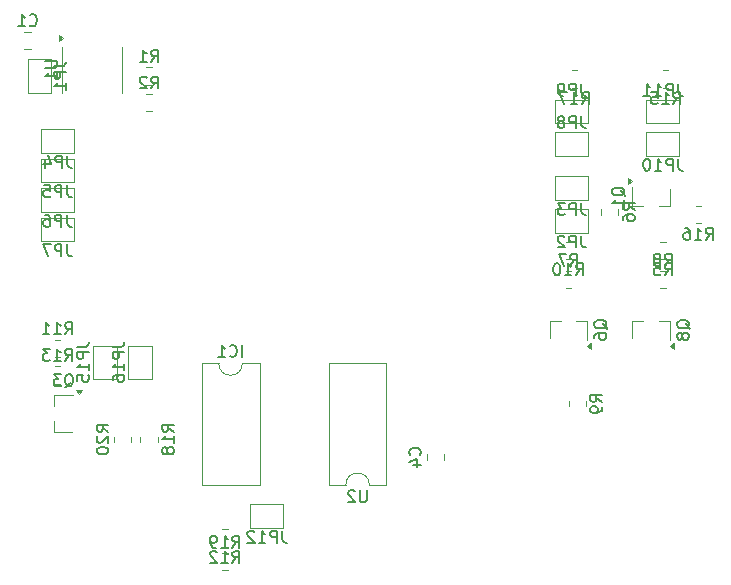
<source format=gbo>
G04 #@! TF.GenerationSoftware,KiCad,Pcbnew,8.0.5*
G04 #@! TF.CreationDate,2024-12-15T00:02:26-06:00*
G04 #@! TF.ProjectId,auxkit_HAT,6175786b-6974-45f4-9841-542e6b696361,rev?*
G04 #@! TF.SameCoordinates,Original*
G04 #@! TF.FileFunction,Legend,Bot*
G04 #@! TF.FilePolarity,Positive*
%FSLAX46Y46*%
G04 Gerber Fmt 4.6, Leading zero omitted, Abs format (unit mm)*
G04 Created by KiCad (PCBNEW 8.0.5) date 2024-12-15 00:02:26*
%MOMM*%
%LPD*%
G01*
G04 APERTURE LIST*
%ADD10C,0.150000*%
%ADD11C,0.120000*%
G04 APERTURE END LIST*
D10*
X131408334Y-102654819D02*
X131408334Y-103369104D01*
X131408334Y-103369104D02*
X131455953Y-103511961D01*
X131455953Y-103511961D02*
X131551191Y-103607200D01*
X131551191Y-103607200D02*
X131694048Y-103654819D01*
X131694048Y-103654819D02*
X131789286Y-103654819D01*
X130932143Y-103654819D02*
X130932143Y-102654819D01*
X130932143Y-102654819D02*
X130551191Y-102654819D01*
X130551191Y-102654819D02*
X130455953Y-102702438D01*
X130455953Y-102702438D02*
X130408334Y-102750057D01*
X130408334Y-102750057D02*
X130360715Y-102845295D01*
X130360715Y-102845295D02*
X130360715Y-102988152D01*
X130360715Y-102988152D02*
X130408334Y-103083390D01*
X130408334Y-103083390D02*
X130455953Y-103131009D01*
X130455953Y-103131009D02*
X130551191Y-103178628D01*
X130551191Y-103178628D02*
X130932143Y-103178628D01*
X130027381Y-102654819D02*
X129360715Y-102654819D01*
X129360715Y-102654819D02*
X129789286Y-103654819D01*
X134904819Y-118507142D02*
X134428628Y-118173809D01*
X134904819Y-117935714D02*
X133904819Y-117935714D01*
X133904819Y-117935714D02*
X133904819Y-118316666D01*
X133904819Y-118316666D02*
X133952438Y-118411904D01*
X133952438Y-118411904D02*
X134000057Y-118459523D01*
X134000057Y-118459523D02*
X134095295Y-118507142D01*
X134095295Y-118507142D02*
X134238152Y-118507142D01*
X134238152Y-118507142D02*
X134333390Y-118459523D01*
X134333390Y-118459523D02*
X134381009Y-118411904D01*
X134381009Y-118411904D02*
X134428628Y-118316666D01*
X134428628Y-118316666D02*
X134428628Y-117935714D01*
X134000057Y-118888095D02*
X133952438Y-118935714D01*
X133952438Y-118935714D02*
X133904819Y-119030952D01*
X133904819Y-119030952D02*
X133904819Y-119269047D01*
X133904819Y-119269047D02*
X133952438Y-119364285D01*
X133952438Y-119364285D02*
X134000057Y-119411904D01*
X134000057Y-119411904D02*
X134095295Y-119459523D01*
X134095295Y-119459523D02*
X134190533Y-119459523D01*
X134190533Y-119459523D02*
X134333390Y-119411904D01*
X134333390Y-119411904D02*
X134904819Y-118840476D01*
X134904819Y-118840476D02*
X134904819Y-119459523D01*
X133904819Y-120078571D02*
X133904819Y-120173809D01*
X133904819Y-120173809D02*
X133952438Y-120269047D01*
X133952438Y-120269047D02*
X134000057Y-120316666D01*
X134000057Y-120316666D02*
X134095295Y-120364285D01*
X134095295Y-120364285D02*
X134285771Y-120411904D01*
X134285771Y-120411904D02*
X134523866Y-120411904D01*
X134523866Y-120411904D02*
X134714342Y-120364285D01*
X134714342Y-120364285D02*
X134809580Y-120316666D01*
X134809580Y-120316666D02*
X134857200Y-120269047D01*
X134857200Y-120269047D02*
X134904819Y-120173809D01*
X134904819Y-120173809D02*
X134904819Y-120078571D01*
X134904819Y-120078571D02*
X134857200Y-119983333D01*
X134857200Y-119983333D02*
X134809580Y-119935714D01*
X134809580Y-119935714D02*
X134714342Y-119888095D01*
X134714342Y-119888095D02*
X134523866Y-119840476D01*
X134523866Y-119840476D02*
X134285771Y-119840476D01*
X134285771Y-119840476D02*
X134095295Y-119888095D01*
X134095295Y-119888095D02*
X134000057Y-119935714D01*
X134000057Y-119935714D02*
X133952438Y-119983333D01*
X133952438Y-119983333D02*
X133904819Y-120078571D01*
X177150057Y-109804761D02*
X177102438Y-109709523D01*
X177102438Y-109709523D02*
X177007200Y-109614285D01*
X177007200Y-109614285D02*
X176864342Y-109471428D01*
X176864342Y-109471428D02*
X176816723Y-109376190D01*
X176816723Y-109376190D02*
X176816723Y-109280952D01*
X177054819Y-109328571D02*
X177007200Y-109233333D01*
X177007200Y-109233333D02*
X176911961Y-109138095D01*
X176911961Y-109138095D02*
X176721485Y-109090476D01*
X176721485Y-109090476D02*
X176388152Y-109090476D01*
X176388152Y-109090476D02*
X176197676Y-109138095D01*
X176197676Y-109138095D02*
X176102438Y-109233333D01*
X176102438Y-109233333D02*
X176054819Y-109328571D01*
X176054819Y-109328571D02*
X176054819Y-109519047D01*
X176054819Y-109519047D02*
X176102438Y-109614285D01*
X176102438Y-109614285D02*
X176197676Y-109709523D01*
X176197676Y-109709523D02*
X176388152Y-109757142D01*
X176388152Y-109757142D02*
X176721485Y-109757142D01*
X176721485Y-109757142D02*
X176911961Y-109709523D01*
X176911961Y-109709523D02*
X177007200Y-109614285D01*
X177007200Y-109614285D02*
X177054819Y-109519047D01*
X177054819Y-109519047D02*
X177054819Y-109328571D01*
X176054819Y-110614285D02*
X176054819Y-110423809D01*
X176054819Y-110423809D02*
X176102438Y-110328571D01*
X176102438Y-110328571D02*
X176150057Y-110280952D01*
X176150057Y-110280952D02*
X176292914Y-110185714D01*
X176292914Y-110185714D02*
X176483390Y-110138095D01*
X176483390Y-110138095D02*
X176864342Y-110138095D01*
X176864342Y-110138095D02*
X176959580Y-110185714D01*
X176959580Y-110185714D02*
X177007200Y-110233333D01*
X177007200Y-110233333D02*
X177054819Y-110328571D01*
X177054819Y-110328571D02*
X177054819Y-110519047D01*
X177054819Y-110519047D02*
X177007200Y-110614285D01*
X177007200Y-110614285D02*
X176959580Y-110661904D01*
X176959580Y-110661904D02*
X176864342Y-110709523D01*
X176864342Y-110709523D02*
X176626247Y-110709523D01*
X176626247Y-110709523D02*
X176531009Y-110661904D01*
X176531009Y-110661904D02*
X176483390Y-110614285D01*
X176483390Y-110614285D02*
X176435771Y-110519047D01*
X176435771Y-110519047D02*
X176435771Y-110328571D01*
X176435771Y-110328571D02*
X176483390Y-110233333D01*
X176483390Y-110233333D02*
X176531009Y-110185714D01*
X176531009Y-110185714D02*
X176626247Y-110138095D01*
X174992857Y-90754819D02*
X175326190Y-90278628D01*
X175564285Y-90754819D02*
X175564285Y-89754819D01*
X175564285Y-89754819D02*
X175183333Y-89754819D01*
X175183333Y-89754819D02*
X175088095Y-89802438D01*
X175088095Y-89802438D02*
X175040476Y-89850057D01*
X175040476Y-89850057D02*
X174992857Y-89945295D01*
X174992857Y-89945295D02*
X174992857Y-90088152D01*
X174992857Y-90088152D02*
X175040476Y-90183390D01*
X175040476Y-90183390D02*
X175088095Y-90231009D01*
X175088095Y-90231009D02*
X175183333Y-90278628D01*
X175183333Y-90278628D02*
X175564285Y-90278628D01*
X174040476Y-90754819D02*
X174611904Y-90754819D01*
X174326190Y-90754819D02*
X174326190Y-89754819D01*
X174326190Y-89754819D02*
X174421428Y-89897676D01*
X174421428Y-89897676D02*
X174516666Y-89992914D01*
X174516666Y-89992914D02*
X174611904Y-90040533D01*
X173707142Y-89754819D02*
X173040476Y-89754819D01*
X173040476Y-89754819D02*
X173469047Y-90754819D01*
X174016666Y-104454819D02*
X174349999Y-103978628D01*
X174588094Y-104454819D02*
X174588094Y-103454819D01*
X174588094Y-103454819D02*
X174207142Y-103454819D01*
X174207142Y-103454819D02*
X174111904Y-103502438D01*
X174111904Y-103502438D02*
X174064285Y-103550057D01*
X174064285Y-103550057D02*
X174016666Y-103645295D01*
X174016666Y-103645295D02*
X174016666Y-103788152D01*
X174016666Y-103788152D02*
X174064285Y-103883390D01*
X174064285Y-103883390D02*
X174111904Y-103931009D01*
X174111904Y-103931009D02*
X174207142Y-103978628D01*
X174207142Y-103978628D02*
X174588094Y-103978628D01*
X173683332Y-103454819D02*
X173016666Y-103454819D01*
X173016666Y-103454819D02*
X173445237Y-104454819D01*
X131408333Y-100154819D02*
X131408333Y-100869104D01*
X131408333Y-100869104D02*
X131455952Y-101011961D01*
X131455952Y-101011961D02*
X131551190Y-101107200D01*
X131551190Y-101107200D02*
X131694047Y-101154819D01*
X131694047Y-101154819D02*
X131789285Y-101154819D01*
X130932142Y-101154819D02*
X130932142Y-100154819D01*
X130932142Y-100154819D02*
X130551190Y-100154819D01*
X130551190Y-100154819D02*
X130455952Y-100202438D01*
X130455952Y-100202438D02*
X130408333Y-100250057D01*
X130408333Y-100250057D02*
X130360714Y-100345295D01*
X130360714Y-100345295D02*
X130360714Y-100488152D01*
X130360714Y-100488152D02*
X130408333Y-100583390D01*
X130408333Y-100583390D02*
X130455952Y-100631009D01*
X130455952Y-100631009D02*
X130551190Y-100678628D01*
X130551190Y-100678628D02*
X130932142Y-100678628D01*
X129503571Y-100154819D02*
X129694047Y-100154819D01*
X129694047Y-100154819D02*
X129789285Y-100202438D01*
X129789285Y-100202438D02*
X129836904Y-100250057D01*
X129836904Y-100250057D02*
X129932142Y-100392914D01*
X129932142Y-100392914D02*
X129979761Y-100583390D01*
X129979761Y-100583390D02*
X129979761Y-100964342D01*
X129979761Y-100964342D02*
X129932142Y-101059580D01*
X129932142Y-101059580D02*
X129884523Y-101107200D01*
X129884523Y-101107200D02*
X129789285Y-101154819D01*
X129789285Y-101154819D02*
X129598809Y-101154819D01*
X129598809Y-101154819D02*
X129503571Y-101107200D01*
X129503571Y-101107200D02*
X129455952Y-101059580D01*
X129455952Y-101059580D02*
X129408333Y-100964342D01*
X129408333Y-100964342D02*
X129408333Y-100726247D01*
X129408333Y-100726247D02*
X129455952Y-100631009D01*
X129455952Y-100631009D02*
X129503571Y-100583390D01*
X129503571Y-100583390D02*
X129598809Y-100535771D01*
X129598809Y-100535771D02*
X129789285Y-100535771D01*
X129789285Y-100535771D02*
X129884523Y-100583390D01*
X129884523Y-100583390D02*
X129932142Y-100631009D01*
X129932142Y-100631009D02*
X129979761Y-100726247D01*
X146226189Y-112194819D02*
X146226189Y-111194819D01*
X145178571Y-112099580D02*
X145226190Y-112147200D01*
X145226190Y-112147200D02*
X145369047Y-112194819D01*
X145369047Y-112194819D02*
X145464285Y-112194819D01*
X145464285Y-112194819D02*
X145607142Y-112147200D01*
X145607142Y-112147200D02*
X145702380Y-112051961D01*
X145702380Y-112051961D02*
X145749999Y-111956723D01*
X145749999Y-111956723D02*
X145797618Y-111766247D01*
X145797618Y-111766247D02*
X145797618Y-111623390D01*
X145797618Y-111623390D02*
X145749999Y-111432914D01*
X145749999Y-111432914D02*
X145702380Y-111337676D01*
X145702380Y-111337676D02*
X145607142Y-111242438D01*
X145607142Y-111242438D02*
X145464285Y-111194819D01*
X145464285Y-111194819D02*
X145369047Y-111194819D01*
X145369047Y-111194819D02*
X145226190Y-111242438D01*
X145226190Y-111242438D02*
X145178571Y-111290057D01*
X144226190Y-112194819D02*
X144797618Y-112194819D01*
X144511904Y-112194819D02*
X144511904Y-111194819D01*
X144511904Y-111194819D02*
X144607142Y-111337676D01*
X144607142Y-111337676D02*
X144702380Y-111432914D01*
X144702380Y-111432914D02*
X144797618Y-111480533D01*
X174492857Y-105254819D02*
X174826190Y-104778628D01*
X175064285Y-105254819D02*
X175064285Y-104254819D01*
X175064285Y-104254819D02*
X174683333Y-104254819D01*
X174683333Y-104254819D02*
X174588095Y-104302438D01*
X174588095Y-104302438D02*
X174540476Y-104350057D01*
X174540476Y-104350057D02*
X174492857Y-104445295D01*
X174492857Y-104445295D02*
X174492857Y-104588152D01*
X174492857Y-104588152D02*
X174540476Y-104683390D01*
X174540476Y-104683390D02*
X174588095Y-104731009D01*
X174588095Y-104731009D02*
X174683333Y-104778628D01*
X174683333Y-104778628D02*
X175064285Y-104778628D01*
X173540476Y-105254819D02*
X174111904Y-105254819D01*
X173826190Y-105254819D02*
X173826190Y-104254819D01*
X173826190Y-104254819D02*
X173921428Y-104397676D01*
X173921428Y-104397676D02*
X174016666Y-104492914D01*
X174016666Y-104492914D02*
X174111904Y-104540533D01*
X172921428Y-104254819D02*
X172826190Y-104254819D01*
X172826190Y-104254819D02*
X172730952Y-104302438D01*
X172730952Y-104302438D02*
X172683333Y-104350057D01*
X172683333Y-104350057D02*
X172635714Y-104445295D01*
X172635714Y-104445295D02*
X172588095Y-104635771D01*
X172588095Y-104635771D02*
X172588095Y-104873866D01*
X172588095Y-104873866D02*
X172635714Y-105064342D01*
X172635714Y-105064342D02*
X172683333Y-105159580D01*
X172683333Y-105159580D02*
X172730952Y-105207200D01*
X172730952Y-105207200D02*
X172826190Y-105254819D01*
X172826190Y-105254819D02*
X172921428Y-105254819D01*
X172921428Y-105254819D02*
X173016666Y-105207200D01*
X173016666Y-105207200D02*
X173064285Y-105159580D01*
X173064285Y-105159580D02*
X173111904Y-105064342D01*
X173111904Y-105064342D02*
X173159523Y-104873866D01*
X173159523Y-104873866D02*
X173159523Y-104635771D01*
X173159523Y-104635771D02*
X173111904Y-104445295D01*
X173111904Y-104445295D02*
X173064285Y-104350057D01*
X173064285Y-104350057D02*
X173016666Y-104302438D01*
X173016666Y-104302438D02*
X172921428Y-104254819D01*
X145412476Y-128322927D02*
X145745809Y-127846736D01*
X145983904Y-128322927D02*
X145983904Y-127322927D01*
X145983904Y-127322927D02*
X145602952Y-127322927D01*
X145602952Y-127322927D02*
X145507714Y-127370546D01*
X145507714Y-127370546D02*
X145460095Y-127418165D01*
X145460095Y-127418165D02*
X145412476Y-127513403D01*
X145412476Y-127513403D02*
X145412476Y-127656260D01*
X145412476Y-127656260D02*
X145460095Y-127751498D01*
X145460095Y-127751498D02*
X145507714Y-127799117D01*
X145507714Y-127799117D02*
X145602952Y-127846736D01*
X145602952Y-127846736D02*
X145983904Y-127846736D01*
X144460095Y-128322927D02*
X145031523Y-128322927D01*
X144745809Y-128322927D02*
X144745809Y-127322927D01*
X144745809Y-127322927D02*
X144841047Y-127465784D01*
X144841047Y-127465784D02*
X144936285Y-127561022D01*
X144936285Y-127561022D02*
X145031523Y-127608641D01*
X143983904Y-128322927D02*
X143793428Y-128322927D01*
X143793428Y-128322927D02*
X143698190Y-128275308D01*
X143698190Y-128275308D02*
X143650571Y-128227688D01*
X143650571Y-128227688D02*
X143555333Y-128084831D01*
X143555333Y-128084831D02*
X143507714Y-127894355D01*
X143507714Y-127894355D02*
X143507714Y-127513403D01*
X143507714Y-127513403D02*
X143555333Y-127418165D01*
X143555333Y-127418165D02*
X143602952Y-127370546D01*
X143602952Y-127370546D02*
X143698190Y-127322927D01*
X143698190Y-127322927D02*
X143888666Y-127322927D01*
X143888666Y-127322927D02*
X143983904Y-127370546D01*
X143983904Y-127370546D02*
X144031523Y-127418165D01*
X144031523Y-127418165D02*
X144079142Y-127513403D01*
X144079142Y-127513403D02*
X144079142Y-127751498D01*
X144079142Y-127751498D02*
X144031523Y-127846736D01*
X144031523Y-127846736D02*
X143983904Y-127894355D01*
X143983904Y-127894355D02*
X143888666Y-127941974D01*
X143888666Y-127941974D02*
X143698190Y-127941974D01*
X143698190Y-127941974D02*
X143602952Y-127894355D01*
X143602952Y-127894355D02*
X143555333Y-127846736D01*
X143555333Y-127846736D02*
X143507714Y-127751498D01*
X138516666Y-89454819D02*
X138849999Y-88978628D01*
X139088094Y-89454819D02*
X139088094Y-88454819D01*
X139088094Y-88454819D02*
X138707142Y-88454819D01*
X138707142Y-88454819D02*
X138611904Y-88502438D01*
X138611904Y-88502438D02*
X138564285Y-88550057D01*
X138564285Y-88550057D02*
X138516666Y-88645295D01*
X138516666Y-88645295D02*
X138516666Y-88788152D01*
X138516666Y-88788152D02*
X138564285Y-88883390D01*
X138564285Y-88883390D02*
X138611904Y-88931009D01*
X138611904Y-88931009D02*
X138707142Y-88978628D01*
X138707142Y-88978628D02*
X139088094Y-88978628D01*
X138135713Y-88550057D02*
X138088094Y-88502438D01*
X138088094Y-88502438D02*
X137992856Y-88454819D01*
X137992856Y-88454819D02*
X137754761Y-88454819D01*
X137754761Y-88454819D02*
X137659523Y-88502438D01*
X137659523Y-88502438D02*
X137611904Y-88550057D01*
X137611904Y-88550057D02*
X137564285Y-88645295D01*
X137564285Y-88645295D02*
X137564285Y-88740533D01*
X137564285Y-88740533D02*
X137611904Y-88883390D01*
X137611904Y-88883390D02*
X138183332Y-89454819D01*
X138183332Y-89454819D02*
X137564285Y-89454819D01*
X156761904Y-123474819D02*
X156761904Y-124284342D01*
X156761904Y-124284342D02*
X156714285Y-124379580D01*
X156714285Y-124379580D02*
X156666666Y-124427200D01*
X156666666Y-124427200D02*
X156571428Y-124474819D01*
X156571428Y-124474819D02*
X156380952Y-124474819D01*
X156380952Y-124474819D02*
X156285714Y-124427200D01*
X156285714Y-124427200D02*
X156238095Y-124379580D01*
X156238095Y-124379580D02*
X156190476Y-124284342D01*
X156190476Y-124284342D02*
X156190476Y-123474819D01*
X155761904Y-123570057D02*
X155714285Y-123522438D01*
X155714285Y-123522438D02*
X155619047Y-123474819D01*
X155619047Y-123474819D02*
X155380952Y-123474819D01*
X155380952Y-123474819D02*
X155285714Y-123522438D01*
X155285714Y-123522438D02*
X155238095Y-123570057D01*
X155238095Y-123570057D02*
X155190476Y-123665295D01*
X155190476Y-123665295D02*
X155190476Y-123760533D01*
X155190476Y-123760533D02*
X155238095Y-123903390D01*
X155238095Y-123903390D02*
X155809523Y-124474819D01*
X155809523Y-124474819D02*
X155190476Y-124474819D01*
X182016666Y-105254819D02*
X182349999Y-104778628D01*
X182588094Y-105254819D02*
X182588094Y-104254819D01*
X182588094Y-104254819D02*
X182207142Y-104254819D01*
X182207142Y-104254819D02*
X182111904Y-104302438D01*
X182111904Y-104302438D02*
X182064285Y-104350057D01*
X182064285Y-104350057D02*
X182016666Y-104445295D01*
X182016666Y-104445295D02*
X182016666Y-104588152D01*
X182016666Y-104588152D02*
X182064285Y-104683390D01*
X182064285Y-104683390D02*
X182111904Y-104731009D01*
X182111904Y-104731009D02*
X182207142Y-104778628D01*
X182207142Y-104778628D02*
X182588094Y-104778628D01*
X181111904Y-104254819D02*
X181588094Y-104254819D01*
X181588094Y-104254819D02*
X181635713Y-104731009D01*
X181635713Y-104731009D02*
X181588094Y-104683390D01*
X181588094Y-104683390D02*
X181492856Y-104635771D01*
X181492856Y-104635771D02*
X181254761Y-104635771D01*
X181254761Y-104635771D02*
X181159523Y-104683390D01*
X181159523Y-104683390D02*
X181111904Y-104731009D01*
X181111904Y-104731009D02*
X181064285Y-104826247D01*
X181064285Y-104826247D02*
X181064285Y-105064342D01*
X181064285Y-105064342D02*
X181111904Y-105159580D01*
X181111904Y-105159580D02*
X181159523Y-105207200D01*
X181159523Y-105207200D02*
X181254761Y-105254819D01*
X181254761Y-105254819D02*
X181492856Y-105254819D01*
X181492856Y-105254819D02*
X181588094Y-105207200D01*
X181588094Y-105207200D02*
X181635713Y-105159580D01*
X174933333Y-89054819D02*
X174933333Y-89769104D01*
X174933333Y-89769104D02*
X174980952Y-89911961D01*
X174980952Y-89911961D02*
X175076190Y-90007200D01*
X175076190Y-90007200D02*
X175219047Y-90054819D01*
X175219047Y-90054819D02*
X175314285Y-90054819D01*
X174457142Y-90054819D02*
X174457142Y-89054819D01*
X174457142Y-89054819D02*
X174076190Y-89054819D01*
X174076190Y-89054819D02*
X173980952Y-89102438D01*
X173980952Y-89102438D02*
X173933333Y-89150057D01*
X173933333Y-89150057D02*
X173885714Y-89245295D01*
X173885714Y-89245295D02*
X173885714Y-89388152D01*
X173885714Y-89388152D02*
X173933333Y-89483390D01*
X173933333Y-89483390D02*
X173980952Y-89531009D01*
X173980952Y-89531009D02*
X174076190Y-89578628D01*
X174076190Y-89578628D02*
X174457142Y-89578628D01*
X173409523Y-90054819D02*
X173219047Y-90054819D01*
X173219047Y-90054819D02*
X173123809Y-90007200D01*
X173123809Y-90007200D02*
X173076190Y-89959580D01*
X173076190Y-89959580D02*
X172980952Y-89816723D01*
X172980952Y-89816723D02*
X172933333Y-89626247D01*
X172933333Y-89626247D02*
X172933333Y-89245295D01*
X172933333Y-89245295D02*
X172980952Y-89150057D01*
X172980952Y-89150057D02*
X173028571Y-89102438D01*
X173028571Y-89102438D02*
X173123809Y-89054819D01*
X173123809Y-89054819D02*
X173314285Y-89054819D01*
X173314285Y-89054819D02*
X173409523Y-89102438D01*
X173409523Y-89102438D02*
X173457142Y-89150057D01*
X173457142Y-89150057D02*
X173504761Y-89245295D01*
X173504761Y-89245295D02*
X173504761Y-89483390D01*
X173504761Y-89483390D02*
X173457142Y-89578628D01*
X173457142Y-89578628D02*
X173409523Y-89626247D01*
X173409523Y-89626247D02*
X173314285Y-89673866D01*
X173314285Y-89673866D02*
X173123809Y-89673866D01*
X173123809Y-89673866D02*
X173028571Y-89626247D01*
X173028571Y-89626247D02*
X172980952Y-89578628D01*
X172980952Y-89578628D02*
X172933333Y-89483390D01*
X183159523Y-95404819D02*
X183159523Y-96119104D01*
X183159523Y-96119104D02*
X183207142Y-96261961D01*
X183207142Y-96261961D02*
X183302380Y-96357200D01*
X183302380Y-96357200D02*
X183445237Y-96404819D01*
X183445237Y-96404819D02*
X183540475Y-96404819D01*
X182683332Y-96404819D02*
X182683332Y-95404819D01*
X182683332Y-95404819D02*
X182302380Y-95404819D01*
X182302380Y-95404819D02*
X182207142Y-95452438D01*
X182207142Y-95452438D02*
X182159523Y-95500057D01*
X182159523Y-95500057D02*
X182111904Y-95595295D01*
X182111904Y-95595295D02*
X182111904Y-95738152D01*
X182111904Y-95738152D02*
X182159523Y-95833390D01*
X182159523Y-95833390D02*
X182207142Y-95881009D01*
X182207142Y-95881009D02*
X182302380Y-95928628D01*
X182302380Y-95928628D02*
X182683332Y-95928628D01*
X181159523Y-96404819D02*
X181730951Y-96404819D01*
X181445237Y-96404819D02*
X181445237Y-95404819D01*
X181445237Y-95404819D02*
X181540475Y-95547676D01*
X181540475Y-95547676D02*
X181635713Y-95642914D01*
X181635713Y-95642914D02*
X181730951Y-95690533D01*
X180540475Y-95404819D02*
X180445237Y-95404819D01*
X180445237Y-95404819D02*
X180349999Y-95452438D01*
X180349999Y-95452438D02*
X180302380Y-95500057D01*
X180302380Y-95500057D02*
X180254761Y-95595295D01*
X180254761Y-95595295D02*
X180207142Y-95785771D01*
X180207142Y-95785771D02*
X180207142Y-96023866D01*
X180207142Y-96023866D02*
X180254761Y-96214342D01*
X180254761Y-96214342D02*
X180302380Y-96309580D01*
X180302380Y-96309580D02*
X180349999Y-96357200D01*
X180349999Y-96357200D02*
X180445237Y-96404819D01*
X180445237Y-96404819D02*
X180540475Y-96404819D01*
X180540475Y-96404819D02*
X180635713Y-96357200D01*
X180635713Y-96357200D02*
X180683332Y-96309580D01*
X180683332Y-96309580D02*
X180730951Y-96214342D01*
X180730951Y-96214342D02*
X180778570Y-96023866D01*
X180778570Y-96023866D02*
X180778570Y-95785771D01*
X180778570Y-95785771D02*
X180730951Y-95595295D01*
X180730951Y-95595295D02*
X180683332Y-95500057D01*
X180683332Y-95500057D02*
X180635713Y-95452438D01*
X180635713Y-95452438D02*
X180540475Y-95404819D01*
X184150057Y-109804761D02*
X184102438Y-109709523D01*
X184102438Y-109709523D02*
X184007200Y-109614285D01*
X184007200Y-109614285D02*
X183864342Y-109471428D01*
X183864342Y-109471428D02*
X183816723Y-109376190D01*
X183816723Y-109376190D02*
X183816723Y-109280952D01*
X184054819Y-109328571D02*
X184007200Y-109233333D01*
X184007200Y-109233333D02*
X183911961Y-109138095D01*
X183911961Y-109138095D02*
X183721485Y-109090476D01*
X183721485Y-109090476D02*
X183388152Y-109090476D01*
X183388152Y-109090476D02*
X183197676Y-109138095D01*
X183197676Y-109138095D02*
X183102438Y-109233333D01*
X183102438Y-109233333D02*
X183054819Y-109328571D01*
X183054819Y-109328571D02*
X183054819Y-109519047D01*
X183054819Y-109519047D02*
X183102438Y-109614285D01*
X183102438Y-109614285D02*
X183197676Y-109709523D01*
X183197676Y-109709523D02*
X183388152Y-109757142D01*
X183388152Y-109757142D02*
X183721485Y-109757142D01*
X183721485Y-109757142D02*
X183911961Y-109709523D01*
X183911961Y-109709523D02*
X184007200Y-109614285D01*
X184007200Y-109614285D02*
X184054819Y-109519047D01*
X184054819Y-109519047D02*
X184054819Y-109328571D01*
X183483390Y-110328571D02*
X183435771Y-110233333D01*
X183435771Y-110233333D02*
X183388152Y-110185714D01*
X183388152Y-110185714D02*
X183292914Y-110138095D01*
X183292914Y-110138095D02*
X183245295Y-110138095D01*
X183245295Y-110138095D02*
X183150057Y-110185714D01*
X183150057Y-110185714D02*
X183102438Y-110233333D01*
X183102438Y-110233333D02*
X183054819Y-110328571D01*
X183054819Y-110328571D02*
X183054819Y-110519047D01*
X183054819Y-110519047D02*
X183102438Y-110614285D01*
X183102438Y-110614285D02*
X183150057Y-110661904D01*
X183150057Y-110661904D02*
X183245295Y-110709523D01*
X183245295Y-110709523D02*
X183292914Y-110709523D01*
X183292914Y-110709523D02*
X183388152Y-110661904D01*
X183388152Y-110661904D02*
X183435771Y-110614285D01*
X183435771Y-110614285D02*
X183483390Y-110519047D01*
X183483390Y-110519047D02*
X183483390Y-110328571D01*
X183483390Y-110328571D02*
X183531009Y-110233333D01*
X183531009Y-110233333D02*
X183578628Y-110185714D01*
X183578628Y-110185714D02*
X183673866Y-110138095D01*
X183673866Y-110138095D02*
X183864342Y-110138095D01*
X183864342Y-110138095D02*
X183959580Y-110185714D01*
X183959580Y-110185714D02*
X184007200Y-110233333D01*
X184007200Y-110233333D02*
X184054819Y-110328571D01*
X184054819Y-110328571D02*
X184054819Y-110519047D01*
X184054819Y-110519047D02*
X184007200Y-110614285D01*
X184007200Y-110614285D02*
X183959580Y-110661904D01*
X183959580Y-110661904D02*
X183864342Y-110709523D01*
X183864342Y-110709523D02*
X183673866Y-110709523D01*
X183673866Y-110709523D02*
X183578628Y-110661904D01*
X183578628Y-110661904D02*
X183531009Y-110614285D01*
X183531009Y-110614285D02*
X183483390Y-110519047D01*
X131195238Y-114750057D02*
X131290476Y-114702438D01*
X131290476Y-114702438D02*
X131385714Y-114607200D01*
X131385714Y-114607200D02*
X131528571Y-114464342D01*
X131528571Y-114464342D02*
X131623809Y-114416723D01*
X131623809Y-114416723D02*
X131719047Y-114416723D01*
X131671428Y-114654819D02*
X131766666Y-114607200D01*
X131766666Y-114607200D02*
X131861904Y-114511961D01*
X131861904Y-114511961D02*
X131909523Y-114321485D01*
X131909523Y-114321485D02*
X131909523Y-113988152D01*
X131909523Y-113988152D02*
X131861904Y-113797676D01*
X131861904Y-113797676D02*
X131766666Y-113702438D01*
X131766666Y-113702438D02*
X131671428Y-113654819D01*
X131671428Y-113654819D02*
X131480952Y-113654819D01*
X131480952Y-113654819D02*
X131385714Y-113702438D01*
X131385714Y-113702438D02*
X131290476Y-113797676D01*
X131290476Y-113797676D02*
X131242857Y-113988152D01*
X131242857Y-113988152D02*
X131242857Y-114321485D01*
X131242857Y-114321485D02*
X131290476Y-114511961D01*
X131290476Y-114511961D02*
X131385714Y-114607200D01*
X131385714Y-114607200D02*
X131480952Y-114654819D01*
X131480952Y-114654819D02*
X131671428Y-114654819D01*
X130909523Y-113654819D02*
X130290476Y-113654819D01*
X130290476Y-113654819D02*
X130623809Y-114035771D01*
X130623809Y-114035771D02*
X130480952Y-114035771D01*
X130480952Y-114035771D02*
X130385714Y-114083390D01*
X130385714Y-114083390D02*
X130338095Y-114131009D01*
X130338095Y-114131009D02*
X130290476Y-114226247D01*
X130290476Y-114226247D02*
X130290476Y-114464342D01*
X130290476Y-114464342D02*
X130338095Y-114559580D01*
X130338095Y-114559580D02*
X130385714Y-114607200D01*
X130385714Y-114607200D02*
X130480952Y-114654819D01*
X130480952Y-114654819D02*
X130766666Y-114654819D01*
X130766666Y-114654819D02*
X130861904Y-114607200D01*
X130861904Y-114607200D02*
X130909523Y-114559580D01*
X174933333Y-99154819D02*
X174933333Y-99869104D01*
X174933333Y-99869104D02*
X174980952Y-100011961D01*
X174980952Y-100011961D02*
X175076190Y-100107200D01*
X175076190Y-100107200D02*
X175219047Y-100154819D01*
X175219047Y-100154819D02*
X175314285Y-100154819D01*
X174457142Y-100154819D02*
X174457142Y-99154819D01*
X174457142Y-99154819D02*
X174076190Y-99154819D01*
X174076190Y-99154819D02*
X173980952Y-99202438D01*
X173980952Y-99202438D02*
X173933333Y-99250057D01*
X173933333Y-99250057D02*
X173885714Y-99345295D01*
X173885714Y-99345295D02*
X173885714Y-99488152D01*
X173885714Y-99488152D02*
X173933333Y-99583390D01*
X173933333Y-99583390D02*
X173980952Y-99631009D01*
X173980952Y-99631009D02*
X174076190Y-99678628D01*
X174076190Y-99678628D02*
X174457142Y-99678628D01*
X173552380Y-99154819D02*
X172933333Y-99154819D01*
X172933333Y-99154819D02*
X173266666Y-99535771D01*
X173266666Y-99535771D02*
X173123809Y-99535771D01*
X173123809Y-99535771D02*
X173028571Y-99583390D01*
X173028571Y-99583390D02*
X172980952Y-99631009D01*
X172980952Y-99631009D02*
X172933333Y-99726247D01*
X172933333Y-99726247D02*
X172933333Y-99964342D01*
X172933333Y-99964342D02*
X172980952Y-100059580D01*
X172980952Y-100059580D02*
X173028571Y-100107200D01*
X173028571Y-100107200D02*
X173123809Y-100154819D01*
X173123809Y-100154819D02*
X173409523Y-100154819D01*
X173409523Y-100154819D02*
X173504761Y-100107200D01*
X173504761Y-100107200D02*
X173552380Y-100059580D01*
X129559819Y-87113095D02*
X130369342Y-87113095D01*
X130369342Y-87113095D02*
X130464580Y-87160714D01*
X130464580Y-87160714D02*
X130512200Y-87208333D01*
X130512200Y-87208333D02*
X130559819Y-87303571D01*
X130559819Y-87303571D02*
X130559819Y-87494047D01*
X130559819Y-87494047D02*
X130512200Y-87589285D01*
X130512200Y-87589285D02*
X130464580Y-87636904D01*
X130464580Y-87636904D02*
X130369342Y-87684523D01*
X130369342Y-87684523D02*
X129559819Y-87684523D01*
X130559819Y-88684523D02*
X130559819Y-88113095D01*
X130559819Y-88398809D02*
X129559819Y-88398809D01*
X129559819Y-88398809D02*
X129702676Y-88303571D01*
X129702676Y-88303571D02*
X129797914Y-88208333D01*
X129797914Y-88208333D02*
X129845533Y-88113095D01*
X176704819Y-115983333D02*
X176228628Y-115650000D01*
X176704819Y-115411905D02*
X175704819Y-115411905D01*
X175704819Y-115411905D02*
X175704819Y-115792857D01*
X175704819Y-115792857D02*
X175752438Y-115888095D01*
X175752438Y-115888095D02*
X175800057Y-115935714D01*
X175800057Y-115935714D02*
X175895295Y-115983333D01*
X175895295Y-115983333D02*
X176038152Y-115983333D01*
X176038152Y-115983333D02*
X176133390Y-115935714D01*
X176133390Y-115935714D02*
X176181009Y-115888095D01*
X176181009Y-115888095D02*
X176228628Y-115792857D01*
X176228628Y-115792857D02*
X176228628Y-115411905D01*
X176704819Y-116459524D02*
X176704819Y-116650000D01*
X176704819Y-116650000D02*
X176657200Y-116745238D01*
X176657200Y-116745238D02*
X176609580Y-116792857D01*
X176609580Y-116792857D02*
X176466723Y-116888095D01*
X176466723Y-116888095D02*
X176276247Y-116935714D01*
X176276247Y-116935714D02*
X175895295Y-116935714D01*
X175895295Y-116935714D02*
X175800057Y-116888095D01*
X175800057Y-116888095D02*
X175752438Y-116840476D01*
X175752438Y-116840476D02*
X175704819Y-116745238D01*
X175704819Y-116745238D02*
X175704819Y-116554762D01*
X175704819Y-116554762D02*
X175752438Y-116459524D01*
X175752438Y-116459524D02*
X175800057Y-116411905D01*
X175800057Y-116411905D02*
X175895295Y-116364286D01*
X175895295Y-116364286D02*
X176133390Y-116364286D01*
X176133390Y-116364286D02*
X176228628Y-116411905D01*
X176228628Y-116411905D02*
X176276247Y-116459524D01*
X176276247Y-116459524D02*
X176323866Y-116554762D01*
X176323866Y-116554762D02*
X176323866Y-116745238D01*
X176323866Y-116745238D02*
X176276247Y-116840476D01*
X176276247Y-116840476D02*
X176228628Y-116888095D01*
X176228628Y-116888095D02*
X176133390Y-116935714D01*
X132254819Y-111315476D02*
X132969104Y-111315476D01*
X132969104Y-111315476D02*
X133111961Y-111267857D01*
X133111961Y-111267857D02*
X133207200Y-111172619D01*
X133207200Y-111172619D02*
X133254819Y-111029762D01*
X133254819Y-111029762D02*
X133254819Y-110934524D01*
X133254819Y-111791667D02*
X132254819Y-111791667D01*
X132254819Y-111791667D02*
X132254819Y-112172619D01*
X132254819Y-112172619D02*
X132302438Y-112267857D01*
X132302438Y-112267857D02*
X132350057Y-112315476D01*
X132350057Y-112315476D02*
X132445295Y-112363095D01*
X132445295Y-112363095D02*
X132588152Y-112363095D01*
X132588152Y-112363095D02*
X132683390Y-112315476D01*
X132683390Y-112315476D02*
X132731009Y-112267857D01*
X132731009Y-112267857D02*
X132778628Y-112172619D01*
X132778628Y-112172619D02*
X132778628Y-111791667D01*
X133254819Y-113315476D02*
X133254819Y-112744048D01*
X133254819Y-113029762D02*
X132254819Y-113029762D01*
X132254819Y-113029762D02*
X132397676Y-112934524D01*
X132397676Y-112934524D02*
X132492914Y-112839286D01*
X132492914Y-112839286D02*
X132540533Y-112744048D01*
X132254819Y-114220238D02*
X132254819Y-113744048D01*
X132254819Y-113744048D02*
X132731009Y-113696429D01*
X132731009Y-113696429D02*
X132683390Y-113744048D01*
X132683390Y-113744048D02*
X132635771Y-113839286D01*
X132635771Y-113839286D02*
X132635771Y-114077381D01*
X132635771Y-114077381D02*
X132683390Y-114172619D01*
X132683390Y-114172619D02*
X132731009Y-114220238D01*
X132731009Y-114220238D02*
X132826247Y-114267857D01*
X132826247Y-114267857D02*
X133064342Y-114267857D01*
X133064342Y-114267857D02*
X133159580Y-114220238D01*
X133159580Y-114220238D02*
X133207200Y-114172619D01*
X133207200Y-114172619D02*
X133254819Y-114077381D01*
X133254819Y-114077381D02*
X133254819Y-113839286D01*
X133254819Y-113839286D02*
X133207200Y-113744048D01*
X133207200Y-113744048D02*
X133159580Y-113696429D01*
X149634523Y-126904819D02*
X149634523Y-127619104D01*
X149634523Y-127619104D02*
X149682142Y-127761961D01*
X149682142Y-127761961D02*
X149777380Y-127857200D01*
X149777380Y-127857200D02*
X149920237Y-127904819D01*
X149920237Y-127904819D02*
X150015475Y-127904819D01*
X149158332Y-127904819D02*
X149158332Y-126904819D01*
X149158332Y-126904819D02*
X148777380Y-126904819D01*
X148777380Y-126904819D02*
X148682142Y-126952438D01*
X148682142Y-126952438D02*
X148634523Y-127000057D01*
X148634523Y-127000057D02*
X148586904Y-127095295D01*
X148586904Y-127095295D02*
X148586904Y-127238152D01*
X148586904Y-127238152D02*
X148634523Y-127333390D01*
X148634523Y-127333390D02*
X148682142Y-127381009D01*
X148682142Y-127381009D02*
X148777380Y-127428628D01*
X148777380Y-127428628D02*
X149158332Y-127428628D01*
X147634523Y-127904819D02*
X148205951Y-127904819D01*
X147920237Y-127904819D02*
X147920237Y-126904819D01*
X147920237Y-126904819D02*
X148015475Y-127047676D01*
X148015475Y-127047676D02*
X148110713Y-127142914D01*
X148110713Y-127142914D02*
X148205951Y-127190533D01*
X147253570Y-127000057D02*
X147205951Y-126952438D01*
X147205951Y-126952438D02*
X147110713Y-126904819D01*
X147110713Y-126904819D02*
X146872618Y-126904819D01*
X146872618Y-126904819D02*
X146777380Y-126952438D01*
X146777380Y-126952438D02*
X146729761Y-127000057D01*
X146729761Y-127000057D02*
X146682142Y-127095295D01*
X146682142Y-127095295D02*
X146682142Y-127190533D01*
X146682142Y-127190533D02*
X146729761Y-127333390D01*
X146729761Y-127333390D02*
X147301189Y-127904819D01*
X147301189Y-127904819D02*
X146682142Y-127904819D01*
X130317319Y-87566666D02*
X131031604Y-87566666D01*
X131031604Y-87566666D02*
X131174461Y-87519047D01*
X131174461Y-87519047D02*
X131269700Y-87423809D01*
X131269700Y-87423809D02*
X131317319Y-87280952D01*
X131317319Y-87280952D02*
X131317319Y-87185714D01*
X131317319Y-88042857D02*
X130317319Y-88042857D01*
X130317319Y-88042857D02*
X130317319Y-88423809D01*
X130317319Y-88423809D02*
X130364938Y-88519047D01*
X130364938Y-88519047D02*
X130412557Y-88566666D01*
X130412557Y-88566666D02*
X130507795Y-88614285D01*
X130507795Y-88614285D02*
X130650652Y-88614285D01*
X130650652Y-88614285D02*
X130745890Y-88566666D01*
X130745890Y-88566666D02*
X130793509Y-88519047D01*
X130793509Y-88519047D02*
X130841128Y-88423809D01*
X130841128Y-88423809D02*
X130841128Y-88042857D01*
X131317319Y-89566666D02*
X131317319Y-88995238D01*
X131317319Y-89280952D02*
X130317319Y-89280952D01*
X130317319Y-89280952D02*
X130460176Y-89185714D01*
X130460176Y-89185714D02*
X130555414Y-89090476D01*
X130555414Y-89090476D02*
X130603033Y-88995238D01*
X178650057Y-98554761D02*
X178602438Y-98459523D01*
X178602438Y-98459523D02*
X178507200Y-98364285D01*
X178507200Y-98364285D02*
X178364342Y-98221428D01*
X178364342Y-98221428D02*
X178316723Y-98126190D01*
X178316723Y-98126190D02*
X178316723Y-98030952D01*
X178554819Y-98078571D02*
X178507200Y-97983333D01*
X178507200Y-97983333D02*
X178411961Y-97888095D01*
X178411961Y-97888095D02*
X178221485Y-97840476D01*
X178221485Y-97840476D02*
X177888152Y-97840476D01*
X177888152Y-97840476D02*
X177697676Y-97888095D01*
X177697676Y-97888095D02*
X177602438Y-97983333D01*
X177602438Y-97983333D02*
X177554819Y-98078571D01*
X177554819Y-98078571D02*
X177554819Y-98269047D01*
X177554819Y-98269047D02*
X177602438Y-98364285D01*
X177602438Y-98364285D02*
X177697676Y-98459523D01*
X177697676Y-98459523D02*
X177888152Y-98507142D01*
X177888152Y-98507142D02*
X178221485Y-98507142D01*
X178221485Y-98507142D02*
X178411961Y-98459523D01*
X178411961Y-98459523D02*
X178507200Y-98364285D01*
X178507200Y-98364285D02*
X178554819Y-98269047D01*
X178554819Y-98269047D02*
X178554819Y-98078571D01*
X178554819Y-99459523D02*
X178554819Y-98888095D01*
X178554819Y-99173809D02*
X177554819Y-99173809D01*
X177554819Y-99173809D02*
X177697676Y-99078571D01*
X177697676Y-99078571D02*
X177792914Y-98983333D01*
X177792914Y-98983333D02*
X177840533Y-98888095D01*
X131433333Y-95154819D02*
X131433333Y-95869104D01*
X131433333Y-95869104D02*
X131480952Y-96011961D01*
X131480952Y-96011961D02*
X131576190Y-96107200D01*
X131576190Y-96107200D02*
X131719047Y-96154819D01*
X131719047Y-96154819D02*
X131814285Y-96154819D01*
X130957142Y-96154819D02*
X130957142Y-95154819D01*
X130957142Y-95154819D02*
X130576190Y-95154819D01*
X130576190Y-95154819D02*
X130480952Y-95202438D01*
X130480952Y-95202438D02*
X130433333Y-95250057D01*
X130433333Y-95250057D02*
X130385714Y-95345295D01*
X130385714Y-95345295D02*
X130385714Y-95488152D01*
X130385714Y-95488152D02*
X130433333Y-95583390D01*
X130433333Y-95583390D02*
X130480952Y-95631009D01*
X130480952Y-95631009D02*
X130576190Y-95678628D01*
X130576190Y-95678628D02*
X130957142Y-95678628D01*
X129528571Y-95488152D02*
X129528571Y-96154819D01*
X129766666Y-95107200D02*
X130004761Y-95821485D01*
X130004761Y-95821485D02*
X129385714Y-95821485D01*
X145412476Y-129622927D02*
X145745809Y-129146736D01*
X145983904Y-129622927D02*
X145983904Y-128622927D01*
X145983904Y-128622927D02*
X145602952Y-128622927D01*
X145602952Y-128622927D02*
X145507714Y-128670546D01*
X145507714Y-128670546D02*
X145460095Y-128718165D01*
X145460095Y-128718165D02*
X145412476Y-128813403D01*
X145412476Y-128813403D02*
X145412476Y-128956260D01*
X145412476Y-128956260D02*
X145460095Y-129051498D01*
X145460095Y-129051498D02*
X145507714Y-129099117D01*
X145507714Y-129099117D02*
X145602952Y-129146736D01*
X145602952Y-129146736D02*
X145983904Y-129146736D01*
X144460095Y-129622927D02*
X145031523Y-129622927D01*
X144745809Y-129622927D02*
X144745809Y-128622927D01*
X144745809Y-128622927D02*
X144841047Y-128765784D01*
X144841047Y-128765784D02*
X144936285Y-128861022D01*
X144936285Y-128861022D02*
X145031523Y-128908641D01*
X144079142Y-128718165D02*
X144031523Y-128670546D01*
X144031523Y-128670546D02*
X143936285Y-128622927D01*
X143936285Y-128622927D02*
X143698190Y-128622927D01*
X143698190Y-128622927D02*
X143602952Y-128670546D01*
X143602952Y-128670546D02*
X143555333Y-128718165D01*
X143555333Y-128718165D02*
X143507714Y-128813403D01*
X143507714Y-128813403D02*
X143507714Y-128908641D01*
X143507714Y-128908641D02*
X143555333Y-129051498D01*
X143555333Y-129051498D02*
X144126761Y-129622927D01*
X144126761Y-129622927D02*
X143507714Y-129622927D01*
X183159523Y-89054819D02*
X183159523Y-89769104D01*
X183159523Y-89769104D02*
X183207142Y-89911961D01*
X183207142Y-89911961D02*
X183302380Y-90007200D01*
X183302380Y-90007200D02*
X183445237Y-90054819D01*
X183445237Y-90054819D02*
X183540475Y-90054819D01*
X182683332Y-90054819D02*
X182683332Y-89054819D01*
X182683332Y-89054819D02*
X182302380Y-89054819D01*
X182302380Y-89054819D02*
X182207142Y-89102438D01*
X182207142Y-89102438D02*
X182159523Y-89150057D01*
X182159523Y-89150057D02*
X182111904Y-89245295D01*
X182111904Y-89245295D02*
X182111904Y-89388152D01*
X182111904Y-89388152D02*
X182159523Y-89483390D01*
X182159523Y-89483390D02*
X182207142Y-89531009D01*
X182207142Y-89531009D02*
X182302380Y-89578628D01*
X182302380Y-89578628D02*
X182683332Y-89578628D01*
X181159523Y-90054819D02*
X181730951Y-90054819D01*
X181445237Y-90054819D02*
X181445237Y-89054819D01*
X181445237Y-89054819D02*
X181540475Y-89197676D01*
X181540475Y-89197676D02*
X181635713Y-89292914D01*
X181635713Y-89292914D02*
X181730951Y-89340533D01*
X180207142Y-90054819D02*
X180778570Y-90054819D01*
X180492856Y-90054819D02*
X180492856Y-89054819D01*
X180492856Y-89054819D02*
X180588094Y-89197676D01*
X180588094Y-89197676D02*
X180683332Y-89292914D01*
X180683332Y-89292914D02*
X180778570Y-89340533D01*
X161279580Y-120483333D02*
X161327200Y-120435714D01*
X161327200Y-120435714D02*
X161374819Y-120292857D01*
X161374819Y-120292857D02*
X161374819Y-120197619D01*
X161374819Y-120197619D02*
X161327200Y-120054762D01*
X161327200Y-120054762D02*
X161231961Y-119959524D01*
X161231961Y-119959524D02*
X161136723Y-119911905D01*
X161136723Y-119911905D02*
X160946247Y-119864286D01*
X160946247Y-119864286D02*
X160803390Y-119864286D01*
X160803390Y-119864286D02*
X160612914Y-119911905D01*
X160612914Y-119911905D02*
X160517676Y-119959524D01*
X160517676Y-119959524D02*
X160422438Y-120054762D01*
X160422438Y-120054762D02*
X160374819Y-120197619D01*
X160374819Y-120197619D02*
X160374819Y-120292857D01*
X160374819Y-120292857D02*
X160422438Y-120435714D01*
X160422438Y-120435714D02*
X160470057Y-120483333D01*
X160708152Y-121340476D02*
X161374819Y-121340476D01*
X160327200Y-121102381D02*
X161041485Y-120864286D01*
X161041485Y-120864286D02*
X161041485Y-121483333D01*
X131242857Y-112504819D02*
X131576190Y-112028628D01*
X131814285Y-112504819D02*
X131814285Y-111504819D01*
X131814285Y-111504819D02*
X131433333Y-111504819D01*
X131433333Y-111504819D02*
X131338095Y-111552438D01*
X131338095Y-111552438D02*
X131290476Y-111600057D01*
X131290476Y-111600057D02*
X131242857Y-111695295D01*
X131242857Y-111695295D02*
X131242857Y-111838152D01*
X131242857Y-111838152D02*
X131290476Y-111933390D01*
X131290476Y-111933390D02*
X131338095Y-111981009D01*
X131338095Y-111981009D02*
X131433333Y-112028628D01*
X131433333Y-112028628D02*
X131814285Y-112028628D01*
X130290476Y-112504819D02*
X130861904Y-112504819D01*
X130576190Y-112504819D02*
X130576190Y-111504819D01*
X130576190Y-111504819D02*
X130671428Y-111647676D01*
X130671428Y-111647676D02*
X130766666Y-111742914D01*
X130766666Y-111742914D02*
X130861904Y-111790533D01*
X129957142Y-111504819D02*
X129338095Y-111504819D01*
X129338095Y-111504819D02*
X129671428Y-111885771D01*
X129671428Y-111885771D02*
X129528571Y-111885771D01*
X129528571Y-111885771D02*
X129433333Y-111933390D01*
X129433333Y-111933390D02*
X129385714Y-111981009D01*
X129385714Y-111981009D02*
X129338095Y-112076247D01*
X129338095Y-112076247D02*
X129338095Y-112314342D01*
X129338095Y-112314342D02*
X129385714Y-112409580D01*
X129385714Y-112409580D02*
X129433333Y-112457200D01*
X129433333Y-112457200D02*
X129528571Y-112504819D01*
X129528571Y-112504819D02*
X129814285Y-112504819D01*
X129814285Y-112504819D02*
X129909523Y-112457200D01*
X129909523Y-112457200D02*
X129957142Y-112409580D01*
X174933333Y-91804819D02*
X174933333Y-92519104D01*
X174933333Y-92519104D02*
X174980952Y-92661961D01*
X174980952Y-92661961D02*
X175076190Y-92757200D01*
X175076190Y-92757200D02*
X175219047Y-92804819D01*
X175219047Y-92804819D02*
X175314285Y-92804819D01*
X174457142Y-92804819D02*
X174457142Y-91804819D01*
X174457142Y-91804819D02*
X174076190Y-91804819D01*
X174076190Y-91804819D02*
X173980952Y-91852438D01*
X173980952Y-91852438D02*
X173933333Y-91900057D01*
X173933333Y-91900057D02*
X173885714Y-91995295D01*
X173885714Y-91995295D02*
X173885714Y-92138152D01*
X173885714Y-92138152D02*
X173933333Y-92233390D01*
X173933333Y-92233390D02*
X173980952Y-92281009D01*
X173980952Y-92281009D02*
X174076190Y-92328628D01*
X174076190Y-92328628D02*
X174457142Y-92328628D01*
X173314285Y-92233390D02*
X173409523Y-92185771D01*
X173409523Y-92185771D02*
X173457142Y-92138152D01*
X173457142Y-92138152D02*
X173504761Y-92042914D01*
X173504761Y-92042914D02*
X173504761Y-91995295D01*
X173504761Y-91995295D02*
X173457142Y-91900057D01*
X173457142Y-91900057D02*
X173409523Y-91852438D01*
X173409523Y-91852438D02*
X173314285Y-91804819D01*
X173314285Y-91804819D02*
X173123809Y-91804819D01*
X173123809Y-91804819D02*
X173028571Y-91852438D01*
X173028571Y-91852438D02*
X172980952Y-91900057D01*
X172980952Y-91900057D02*
X172933333Y-91995295D01*
X172933333Y-91995295D02*
X172933333Y-92042914D01*
X172933333Y-92042914D02*
X172980952Y-92138152D01*
X172980952Y-92138152D02*
X173028571Y-92185771D01*
X173028571Y-92185771D02*
X173123809Y-92233390D01*
X173123809Y-92233390D02*
X173314285Y-92233390D01*
X173314285Y-92233390D02*
X173409523Y-92281009D01*
X173409523Y-92281009D02*
X173457142Y-92328628D01*
X173457142Y-92328628D02*
X173504761Y-92423866D01*
X173504761Y-92423866D02*
X173504761Y-92614342D01*
X173504761Y-92614342D02*
X173457142Y-92709580D01*
X173457142Y-92709580D02*
X173409523Y-92757200D01*
X173409523Y-92757200D02*
X173314285Y-92804819D01*
X173314285Y-92804819D02*
X173123809Y-92804819D01*
X173123809Y-92804819D02*
X173028571Y-92757200D01*
X173028571Y-92757200D02*
X172980952Y-92709580D01*
X172980952Y-92709580D02*
X172933333Y-92614342D01*
X172933333Y-92614342D02*
X172933333Y-92423866D01*
X172933333Y-92423866D02*
X172980952Y-92328628D01*
X172980952Y-92328628D02*
X173028571Y-92281009D01*
X173028571Y-92281009D02*
X173123809Y-92233390D01*
X174933333Y-101904819D02*
X174933333Y-102619104D01*
X174933333Y-102619104D02*
X174980952Y-102761961D01*
X174980952Y-102761961D02*
X175076190Y-102857200D01*
X175076190Y-102857200D02*
X175219047Y-102904819D01*
X175219047Y-102904819D02*
X175314285Y-102904819D01*
X174457142Y-102904819D02*
X174457142Y-101904819D01*
X174457142Y-101904819D02*
X174076190Y-101904819D01*
X174076190Y-101904819D02*
X173980952Y-101952438D01*
X173980952Y-101952438D02*
X173933333Y-102000057D01*
X173933333Y-102000057D02*
X173885714Y-102095295D01*
X173885714Y-102095295D02*
X173885714Y-102238152D01*
X173885714Y-102238152D02*
X173933333Y-102333390D01*
X173933333Y-102333390D02*
X173980952Y-102381009D01*
X173980952Y-102381009D02*
X174076190Y-102428628D01*
X174076190Y-102428628D02*
X174457142Y-102428628D01*
X173504761Y-102000057D02*
X173457142Y-101952438D01*
X173457142Y-101952438D02*
X173361904Y-101904819D01*
X173361904Y-101904819D02*
X173123809Y-101904819D01*
X173123809Y-101904819D02*
X173028571Y-101952438D01*
X173028571Y-101952438D02*
X172980952Y-102000057D01*
X172980952Y-102000057D02*
X172933333Y-102095295D01*
X172933333Y-102095295D02*
X172933333Y-102190533D01*
X172933333Y-102190533D02*
X172980952Y-102333390D01*
X172980952Y-102333390D02*
X173552380Y-102904819D01*
X173552380Y-102904819D02*
X172933333Y-102904819D01*
X135254819Y-111315476D02*
X135969104Y-111315476D01*
X135969104Y-111315476D02*
X136111961Y-111267857D01*
X136111961Y-111267857D02*
X136207200Y-111172619D01*
X136207200Y-111172619D02*
X136254819Y-111029762D01*
X136254819Y-111029762D02*
X136254819Y-110934524D01*
X136254819Y-111791667D02*
X135254819Y-111791667D01*
X135254819Y-111791667D02*
X135254819Y-112172619D01*
X135254819Y-112172619D02*
X135302438Y-112267857D01*
X135302438Y-112267857D02*
X135350057Y-112315476D01*
X135350057Y-112315476D02*
X135445295Y-112363095D01*
X135445295Y-112363095D02*
X135588152Y-112363095D01*
X135588152Y-112363095D02*
X135683390Y-112315476D01*
X135683390Y-112315476D02*
X135731009Y-112267857D01*
X135731009Y-112267857D02*
X135778628Y-112172619D01*
X135778628Y-112172619D02*
X135778628Y-111791667D01*
X136254819Y-113315476D02*
X136254819Y-112744048D01*
X136254819Y-113029762D02*
X135254819Y-113029762D01*
X135254819Y-113029762D02*
X135397676Y-112934524D01*
X135397676Y-112934524D02*
X135492914Y-112839286D01*
X135492914Y-112839286D02*
X135540533Y-112744048D01*
X135254819Y-114172619D02*
X135254819Y-113982143D01*
X135254819Y-113982143D02*
X135302438Y-113886905D01*
X135302438Y-113886905D02*
X135350057Y-113839286D01*
X135350057Y-113839286D02*
X135492914Y-113744048D01*
X135492914Y-113744048D02*
X135683390Y-113696429D01*
X135683390Y-113696429D02*
X136064342Y-113696429D01*
X136064342Y-113696429D02*
X136159580Y-113744048D01*
X136159580Y-113744048D02*
X136207200Y-113791667D01*
X136207200Y-113791667D02*
X136254819Y-113886905D01*
X136254819Y-113886905D02*
X136254819Y-114077381D01*
X136254819Y-114077381D02*
X136207200Y-114172619D01*
X136207200Y-114172619D02*
X136159580Y-114220238D01*
X136159580Y-114220238D02*
X136064342Y-114267857D01*
X136064342Y-114267857D02*
X135826247Y-114267857D01*
X135826247Y-114267857D02*
X135731009Y-114220238D01*
X135731009Y-114220238D02*
X135683390Y-114172619D01*
X135683390Y-114172619D02*
X135635771Y-114077381D01*
X135635771Y-114077381D02*
X135635771Y-113886905D01*
X135635771Y-113886905D02*
X135683390Y-113791667D01*
X135683390Y-113791667D02*
X135731009Y-113744048D01*
X135731009Y-113744048D02*
X135826247Y-113696429D01*
X131242857Y-110254819D02*
X131576190Y-109778628D01*
X131814285Y-110254819D02*
X131814285Y-109254819D01*
X131814285Y-109254819D02*
X131433333Y-109254819D01*
X131433333Y-109254819D02*
X131338095Y-109302438D01*
X131338095Y-109302438D02*
X131290476Y-109350057D01*
X131290476Y-109350057D02*
X131242857Y-109445295D01*
X131242857Y-109445295D02*
X131242857Y-109588152D01*
X131242857Y-109588152D02*
X131290476Y-109683390D01*
X131290476Y-109683390D02*
X131338095Y-109731009D01*
X131338095Y-109731009D02*
X131433333Y-109778628D01*
X131433333Y-109778628D02*
X131814285Y-109778628D01*
X130290476Y-110254819D02*
X130861904Y-110254819D01*
X130576190Y-110254819D02*
X130576190Y-109254819D01*
X130576190Y-109254819D02*
X130671428Y-109397676D01*
X130671428Y-109397676D02*
X130766666Y-109492914D01*
X130766666Y-109492914D02*
X130861904Y-109540533D01*
X129338095Y-110254819D02*
X129909523Y-110254819D01*
X129623809Y-110254819D02*
X129623809Y-109254819D01*
X129623809Y-109254819D02*
X129719047Y-109397676D01*
X129719047Y-109397676D02*
X129814285Y-109492914D01*
X129814285Y-109492914D02*
X129909523Y-109540533D01*
X140454819Y-118507142D02*
X139978628Y-118173809D01*
X140454819Y-117935714D02*
X139454819Y-117935714D01*
X139454819Y-117935714D02*
X139454819Y-118316666D01*
X139454819Y-118316666D02*
X139502438Y-118411904D01*
X139502438Y-118411904D02*
X139550057Y-118459523D01*
X139550057Y-118459523D02*
X139645295Y-118507142D01*
X139645295Y-118507142D02*
X139788152Y-118507142D01*
X139788152Y-118507142D02*
X139883390Y-118459523D01*
X139883390Y-118459523D02*
X139931009Y-118411904D01*
X139931009Y-118411904D02*
X139978628Y-118316666D01*
X139978628Y-118316666D02*
X139978628Y-117935714D01*
X140454819Y-119459523D02*
X140454819Y-118888095D01*
X140454819Y-119173809D02*
X139454819Y-119173809D01*
X139454819Y-119173809D02*
X139597676Y-119078571D01*
X139597676Y-119078571D02*
X139692914Y-118983333D01*
X139692914Y-118983333D02*
X139740533Y-118888095D01*
X139883390Y-120030952D02*
X139835771Y-119935714D01*
X139835771Y-119935714D02*
X139788152Y-119888095D01*
X139788152Y-119888095D02*
X139692914Y-119840476D01*
X139692914Y-119840476D02*
X139645295Y-119840476D01*
X139645295Y-119840476D02*
X139550057Y-119888095D01*
X139550057Y-119888095D02*
X139502438Y-119935714D01*
X139502438Y-119935714D02*
X139454819Y-120030952D01*
X139454819Y-120030952D02*
X139454819Y-120221428D01*
X139454819Y-120221428D02*
X139502438Y-120316666D01*
X139502438Y-120316666D02*
X139550057Y-120364285D01*
X139550057Y-120364285D02*
X139645295Y-120411904D01*
X139645295Y-120411904D02*
X139692914Y-120411904D01*
X139692914Y-120411904D02*
X139788152Y-120364285D01*
X139788152Y-120364285D02*
X139835771Y-120316666D01*
X139835771Y-120316666D02*
X139883390Y-120221428D01*
X139883390Y-120221428D02*
X139883390Y-120030952D01*
X139883390Y-120030952D02*
X139931009Y-119935714D01*
X139931009Y-119935714D02*
X139978628Y-119888095D01*
X139978628Y-119888095D02*
X140073866Y-119840476D01*
X140073866Y-119840476D02*
X140264342Y-119840476D01*
X140264342Y-119840476D02*
X140359580Y-119888095D01*
X140359580Y-119888095D02*
X140407200Y-119935714D01*
X140407200Y-119935714D02*
X140454819Y-120030952D01*
X140454819Y-120030952D02*
X140454819Y-120221428D01*
X140454819Y-120221428D02*
X140407200Y-120316666D01*
X140407200Y-120316666D02*
X140359580Y-120364285D01*
X140359580Y-120364285D02*
X140264342Y-120411904D01*
X140264342Y-120411904D02*
X140073866Y-120411904D01*
X140073866Y-120411904D02*
X139978628Y-120364285D01*
X139978628Y-120364285D02*
X139931009Y-120316666D01*
X139931009Y-120316666D02*
X139883390Y-120221428D01*
X138516666Y-87204819D02*
X138849999Y-86728628D01*
X139088094Y-87204819D02*
X139088094Y-86204819D01*
X139088094Y-86204819D02*
X138707142Y-86204819D01*
X138707142Y-86204819D02*
X138611904Y-86252438D01*
X138611904Y-86252438D02*
X138564285Y-86300057D01*
X138564285Y-86300057D02*
X138516666Y-86395295D01*
X138516666Y-86395295D02*
X138516666Y-86538152D01*
X138516666Y-86538152D02*
X138564285Y-86633390D01*
X138564285Y-86633390D02*
X138611904Y-86681009D01*
X138611904Y-86681009D02*
X138707142Y-86728628D01*
X138707142Y-86728628D02*
X139088094Y-86728628D01*
X137564285Y-87204819D02*
X138135713Y-87204819D01*
X137849999Y-87204819D02*
X137849999Y-86204819D01*
X137849999Y-86204819D02*
X137945237Y-86347676D01*
X137945237Y-86347676D02*
X138040475Y-86442914D01*
X138040475Y-86442914D02*
X138135713Y-86490533D01*
X179454819Y-99733333D02*
X178978628Y-99400000D01*
X179454819Y-99161905D02*
X178454819Y-99161905D01*
X178454819Y-99161905D02*
X178454819Y-99542857D01*
X178454819Y-99542857D02*
X178502438Y-99638095D01*
X178502438Y-99638095D02*
X178550057Y-99685714D01*
X178550057Y-99685714D02*
X178645295Y-99733333D01*
X178645295Y-99733333D02*
X178788152Y-99733333D01*
X178788152Y-99733333D02*
X178883390Y-99685714D01*
X178883390Y-99685714D02*
X178931009Y-99638095D01*
X178931009Y-99638095D02*
X178978628Y-99542857D01*
X178978628Y-99542857D02*
X178978628Y-99161905D01*
X178454819Y-100590476D02*
X178454819Y-100400000D01*
X178454819Y-100400000D02*
X178502438Y-100304762D01*
X178502438Y-100304762D02*
X178550057Y-100257143D01*
X178550057Y-100257143D02*
X178692914Y-100161905D01*
X178692914Y-100161905D02*
X178883390Y-100114286D01*
X178883390Y-100114286D02*
X179264342Y-100114286D01*
X179264342Y-100114286D02*
X179359580Y-100161905D01*
X179359580Y-100161905D02*
X179407200Y-100209524D01*
X179407200Y-100209524D02*
X179454819Y-100304762D01*
X179454819Y-100304762D02*
X179454819Y-100495238D01*
X179454819Y-100495238D02*
X179407200Y-100590476D01*
X179407200Y-100590476D02*
X179359580Y-100638095D01*
X179359580Y-100638095D02*
X179264342Y-100685714D01*
X179264342Y-100685714D02*
X179026247Y-100685714D01*
X179026247Y-100685714D02*
X178931009Y-100638095D01*
X178931009Y-100638095D02*
X178883390Y-100590476D01*
X178883390Y-100590476D02*
X178835771Y-100495238D01*
X178835771Y-100495238D02*
X178835771Y-100304762D01*
X178835771Y-100304762D02*
X178883390Y-100209524D01*
X178883390Y-100209524D02*
X178931009Y-100161905D01*
X178931009Y-100161905D02*
X179026247Y-100114286D01*
X185492857Y-102254819D02*
X185826190Y-101778628D01*
X186064285Y-102254819D02*
X186064285Y-101254819D01*
X186064285Y-101254819D02*
X185683333Y-101254819D01*
X185683333Y-101254819D02*
X185588095Y-101302438D01*
X185588095Y-101302438D02*
X185540476Y-101350057D01*
X185540476Y-101350057D02*
X185492857Y-101445295D01*
X185492857Y-101445295D02*
X185492857Y-101588152D01*
X185492857Y-101588152D02*
X185540476Y-101683390D01*
X185540476Y-101683390D02*
X185588095Y-101731009D01*
X185588095Y-101731009D02*
X185683333Y-101778628D01*
X185683333Y-101778628D02*
X186064285Y-101778628D01*
X184540476Y-102254819D02*
X185111904Y-102254819D01*
X184826190Y-102254819D02*
X184826190Y-101254819D01*
X184826190Y-101254819D02*
X184921428Y-101397676D01*
X184921428Y-101397676D02*
X185016666Y-101492914D01*
X185016666Y-101492914D02*
X185111904Y-101540533D01*
X183683333Y-101254819D02*
X183873809Y-101254819D01*
X183873809Y-101254819D02*
X183969047Y-101302438D01*
X183969047Y-101302438D02*
X184016666Y-101350057D01*
X184016666Y-101350057D02*
X184111904Y-101492914D01*
X184111904Y-101492914D02*
X184159523Y-101683390D01*
X184159523Y-101683390D02*
X184159523Y-102064342D01*
X184159523Y-102064342D02*
X184111904Y-102159580D01*
X184111904Y-102159580D02*
X184064285Y-102207200D01*
X184064285Y-102207200D02*
X183969047Y-102254819D01*
X183969047Y-102254819D02*
X183778571Y-102254819D01*
X183778571Y-102254819D02*
X183683333Y-102207200D01*
X183683333Y-102207200D02*
X183635714Y-102159580D01*
X183635714Y-102159580D02*
X183588095Y-102064342D01*
X183588095Y-102064342D02*
X183588095Y-101826247D01*
X183588095Y-101826247D02*
X183635714Y-101731009D01*
X183635714Y-101731009D02*
X183683333Y-101683390D01*
X183683333Y-101683390D02*
X183778571Y-101635771D01*
X183778571Y-101635771D02*
X183969047Y-101635771D01*
X183969047Y-101635771D02*
X184064285Y-101683390D01*
X184064285Y-101683390D02*
X184111904Y-101731009D01*
X184111904Y-101731009D02*
X184159523Y-101826247D01*
X128229166Y-84079580D02*
X128276785Y-84127200D01*
X128276785Y-84127200D02*
X128419642Y-84174819D01*
X128419642Y-84174819D02*
X128514880Y-84174819D01*
X128514880Y-84174819D02*
X128657737Y-84127200D01*
X128657737Y-84127200D02*
X128752975Y-84031961D01*
X128752975Y-84031961D02*
X128800594Y-83936723D01*
X128800594Y-83936723D02*
X128848213Y-83746247D01*
X128848213Y-83746247D02*
X128848213Y-83603390D01*
X128848213Y-83603390D02*
X128800594Y-83412914D01*
X128800594Y-83412914D02*
X128752975Y-83317676D01*
X128752975Y-83317676D02*
X128657737Y-83222438D01*
X128657737Y-83222438D02*
X128514880Y-83174819D01*
X128514880Y-83174819D02*
X128419642Y-83174819D01*
X128419642Y-83174819D02*
X128276785Y-83222438D01*
X128276785Y-83222438D02*
X128229166Y-83270057D01*
X127276785Y-84174819D02*
X127848213Y-84174819D01*
X127562499Y-84174819D02*
X127562499Y-83174819D01*
X127562499Y-83174819D02*
X127657737Y-83317676D01*
X127657737Y-83317676D02*
X127752975Y-83412914D01*
X127752975Y-83412914D02*
X127848213Y-83460533D01*
X131408333Y-97654819D02*
X131408333Y-98369104D01*
X131408333Y-98369104D02*
X131455952Y-98511961D01*
X131455952Y-98511961D02*
X131551190Y-98607200D01*
X131551190Y-98607200D02*
X131694047Y-98654819D01*
X131694047Y-98654819D02*
X131789285Y-98654819D01*
X130932142Y-98654819D02*
X130932142Y-97654819D01*
X130932142Y-97654819D02*
X130551190Y-97654819D01*
X130551190Y-97654819D02*
X130455952Y-97702438D01*
X130455952Y-97702438D02*
X130408333Y-97750057D01*
X130408333Y-97750057D02*
X130360714Y-97845295D01*
X130360714Y-97845295D02*
X130360714Y-97988152D01*
X130360714Y-97988152D02*
X130408333Y-98083390D01*
X130408333Y-98083390D02*
X130455952Y-98131009D01*
X130455952Y-98131009D02*
X130551190Y-98178628D01*
X130551190Y-98178628D02*
X130932142Y-98178628D01*
X129455952Y-97654819D02*
X129932142Y-97654819D01*
X129932142Y-97654819D02*
X129979761Y-98131009D01*
X129979761Y-98131009D02*
X129932142Y-98083390D01*
X129932142Y-98083390D02*
X129836904Y-98035771D01*
X129836904Y-98035771D02*
X129598809Y-98035771D01*
X129598809Y-98035771D02*
X129503571Y-98083390D01*
X129503571Y-98083390D02*
X129455952Y-98131009D01*
X129455952Y-98131009D02*
X129408333Y-98226247D01*
X129408333Y-98226247D02*
X129408333Y-98464342D01*
X129408333Y-98464342D02*
X129455952Y-98559580D01*
X129455952Y-98559580D02*
X129503571Y-98607200D01*
X129503571Y-98607200D02*
X129598809Y-98654819D01*
X129598809Y-98654819D02*
X129836904Y-98654819D01*
X129836904Y-98654819D02*
X129932142Y-98607200D01*
X129932142Y-98607200D02*
X129979761Y-98559580D01*
X182742857Y-90754819D02*
X183076190Y-90278628D01*
X183314285Y-90754819D02*
X183314285Y-89754819D01*
X183314285Y-89754819D02*
X182933333Y-89754819D01*
X182933333Y-89754819D02*
X182838095Y-89802438D01*
X182838095Y-89802438D02*
X182790476Y-89850057D01*
X182790476Y-89850057D02*
X182742857Y-89945295D01*
X182742857Y-89945295D02*
X182742857Y-90088152D01*
X182742857Y-90088152D02*
X182790476Y-90183390D01*
X182790476Y-90183390D02*
X182838095Y-90231009D01*
X182838095Y-90231009D02*
X182933333Y-90278628D01*
X182933333Y-90278628D02*
X183314285Y-90278628D01*
X181790476Y-90754819D02*
X182361904Y-90754819D01*
X182076190Y-90754819D02*
X182076190Y-89754819D01*
X182076190Y-89754819D02*
X182171428Y-89897676D01*
X182171428Y-89897676D02*
X182266666Y-89992914D01*
X182266666Y-89992914D02*
X182361904Y-90040533D01*
X180885714Y-89754819D02*
X181361904Y-89754819D01*
X181361904Y-89754819D02*
X181409523Y-90231009D01*
X181409523Y-90231009D02*
X181361904Y-90183390D01*
X181361904Y-90183390D02*
X181266666Y-90135771D01*
X181266666Y-90135771D02*
X181028571Y-90135771D01*
X181028571Y-90135771D02*
X180933333Y-90183390D01*
X180933333Y-90183390D02*
X180885714Y-90231009D01*
X180885714Y-90231009D02*
X180838095Y-90326247D01*
X180838095Y-90326247D02*
X180838095Y-90564342D01*
X180838095Y-90564342D02*
X180885714Y-90659580D01*
X180885714Y-90659580D02*
X180933333Y-90707200D01*
X180933333Y-90707200D02*
X181028571Y-90754819D01*
X181028571Y-90754819D02*
X181266666Y-90754819D01*
X181266666Y-90754819D02*
X181361904Y-90707200D01*
X181361904Y-90707200D02*
X181409523Y-90659580D01*
X182016666Y-104454819D02*
X182349999Y-103978628D01*
X182588094Y-104454819D02*
X182588094Y-103454819D01*
X182588094Y-103454819D02*
X182207142Y-103454819D01*
X182207142Y-103454819D02*
X182111904Y-103502438D01*
X182111904Y-103502438D02*
X182064285Y-103550057D01*
X182064285Y-103550057D02*
X182016666Y-103645295D01*
X182016666Y-103645295D02*
X182016666Y-103788152D01*
X182016666Y-103788152D02*
X182064285Y-103883390D01*
X182064285Y-103883390D02*
X182111904Y-103931009D01*
X182111904Y-103931009D02*
X182207142Y-103978628D01*
X182207142Y-103978628D02*
X182588094Y-103978628D01*
X181445237Y-103883390D02*
X181540475Y-103835771D01*
X181540475Y-103835771D02*
X181588094Y-103788152D01*
X181588094Y-103788152D02*
X181635713Y-103692914D01*
X181635713Y-103692914D02*
X181635713Y-103645295D01*
X181635713Y-103645295D02*
X181588094Y-103550057D01*
X181588094Y-103550057D02*
X181540475Y-103502438D01*
X181540475Y-103502438D02*
X181445237Y-103454819D01*
X181445237Y-103454819D02*
X181254761Y-103454819D01*
X181254761Y-103454819D02*
X181159523Y-103502438D01*
X181159523Y-103502438D02*
X181111904Y-103550057D01*
X181111904Y-103550057D02*
X181064285Y-103645295D01*
X181064285Y-103645295D02*
X181064285Y-103692914D01*
X181064285Y-103692914D02*
X181111904Y-103788152D01*
X181111904Y-103788152D02*
X181159523Y-103835771D01*
X181159523Y-103835771D02*
X181254761Y-103883390D01*
X181254761Y-103883390D02*
X181445237Y-103883390D01*
X181445237Y-103883390D02*
X181540475Y-103931009D01*
X181540475Y-103931009D02*
X181588094Y-103978628D01*
X181588094Y-103978628D02*
X181635713Y-104073866D01*
X181635713Y-104073866D02*
X181635713Y-104264342D01*
X181635713Y-104264342D02*
X181588094Y-104359580D01*
X181588094Y-104359580D02*
X181540475Y-104407200D01*
X181540475Y-104407200D02*
X181445237Y-104454819D01*
X181445237Y-104454819D02*
X181254761Y-104454819D01*
X181254761Y-104454819D02*
X181159523Y-104407200D01*
X181159523Y-104407200D02*
X181111904Y-104359580D01*
X181111904Y-104359580D02*
X181064285Y-104264342D01*
X181064285Y-104264342D02*
X181064285Y-104073866D01*
X181064285Y-104073866D02*
X181111904Y-103978628D01*
X181111904Y-103978628D02*
X181159523Y-103931009D01*
X181159523Y-103931009D02*
X181254761Y-103883390D01*
D11*
X129175001Y-100400000D02*
X131975001Y-100400000D01*
X129175001Y-102400000D02*
X129175001Y-100400000D01*
X131975001Y-100400000D02*
X131975001Y-102400000D01*
X131975001Y-102400000D02*
X129175001Y-102400000D01*
X135365000Y-119377064D02*
X135365000Y-118922936D01*
X136835000Y-119377064D02*
X136835000Y-118922936D01*
X172270000Y-110600000D02*
X172270000Y-109140000D01*
X173200000Y-109140000D02*
X172270000Y-109140000D01*
X174500000Y-109140000D02*
X175430000Y-109140000D01*
X175430000Y-109140000D02*
X175430000Y-109940000D01*
X175430000Y-110740000D02*
X175430000Y-109940000D01*
X175790000Y-111480000D02*
X175460000Y-111240000D01*
X175790000Y-111000000D01*
X175790000Y-111480000D01*
G36*
X175790000Y-111480000D02*
G01*
X175460000Y-111240000D01*
X175790000Y-111000000D01*
X175790000Y-111480000D01*
G37*
X174577064Y-87915000D02*
X174122936Y-87915000D01*
X174577064Y-89385000D02*
X174122936Y-89385000D01*
X173622936Y-104915000D02*
X174077064Y-104915000D01*
X173622936Y-106385000D02*
X174077064Y-106385000D01*
X129175000Y-97900000D02*
X131975000Y-97900000D01*
X129175000Y-99900000D02*
X129175000Y-97900000D01*
X131975000Y-97900000D02*
X131975000Y-99900000D01*
X131975000Y-99900000D02*
X129175000Y-99900000D01*
X142800000Y-112740000D02*
X142800000Y-123020000D01*
X142800000Y-123020000D02*
X147700000Y-123020000D01*
X144250000Y-112740000D02*
X142800000Y-112740000D01*
X147700000Y-112740000D02*
X146250000Y-112740000D01*
X147700000Y-123020000D02*
X147700000Y-112740000D01*
X146250000Y-112740000D02*
G75*
G02*
X144250000Y-112740000I-1000000J0D01*
G01*
X174077064Y-102415000D02*
X173622936Y-102415000D01*
X174077064Y-103885000D02*
X173622936Y-103885000D01*
X144542555Y-128783108D02*
X144996683Y-128783108D01*
X144542555Y-130253108D02*
X144996683Y-130253108D01*
X138122936Y-89915000D02*
X138577064Y-89915000D01*
X138122936Y-91385000D02*
X138577064Y-91385000D01*
X153550000Y-112740000D02*
X153550000Y-123020000D01*
X153550000Y-123020000D02*
X155000000Y-123020000D01*
X157000000Y-123020000D02*
X158450000Y-123020000D01*
X158450000Y-112740000D02*
X153550000Y-112740000D01*
X158450000Y-123020000D02*
X158450000Y-112740000D01*
X155000000Y-123020000D02*
G75*
G02*
X157000000Y-123020000I1000000J0D01*
G01*
X182077064Y-102415000D02*
X181622936Y-102415000D01*
X182077064Y-103885000D02*
X181622936Y-103885000D01*
X172700000Y-90400000D02*
X175500000Y-90400000D01*
X172700000Y-92400000D02*
X172700000Y-90400000D01*
X175500000Y-90400000D02*
X175500000Y-92400000D01*
X175500000Y-92400000D02*
X172700000Y-92400000D01*
X180450000Y-93150000D02*
X183250000Y-93150000D01*
X180450000Y-95150000D02*
X180450000Y-93150000D01*
X183250000Y-93150000D02*
X183250000Y-95150000D01*
X183250000Y-95150000D02*
X180450000Y-95150000D01*
X179270000Y-110600000D02*
X179270000Y-109140000D01*
X180200000Y-109140000D02*
X179270000Y-109140000D01*
X181500000Y-109140000D02*
X182430000Y-109140000D01*
X182430000Y-109140000D02*
X182430000Y-109940000D01*
X182430000Y-110740000D02*
X182430000Y-109940000D01*
X182790000Y-111480000D02*
X182460000Y-111240000D01*
X182790000Y-111000000D01*
X182790000Y-111480000D01*
G36*
X182790000Y-111480000D02*
G01*
X182460000Y-111240000D01*
X182790000Y-111000000D01*
X182790000Y-111480000D01*
G37*
X130340000Y-115370000D02*
X131140000Y-115370000D01*
X130340000Y-116300000D02*
X130340000Y-115370000D01*
X130340000Y-117600000D02*
X130340000Y-118530000D01*
X131800000Y-118530000D02*
X130340000Y-118530000D01*
X131940000Y-115370000D02*
X131140000Y-115370000D01*
X132440000Y-115340000D02*
X132200000Y-115010000D01*
X132680000Y-115010000D01*
X132440000Y-115340000D01*
G36*
X132440000Y-115340000D02*
G01*
X132200000Y-115010000D01*
X132680000Y-115010000D01*
X132440000Y-115340000D01*
G37*
X172700000Y-96900000D02*
X175500000Y-96900000D01*
X172700000Y-98900000D02*
X172700000Y-96900000D01*
X175500000Y-96900000D02*
X175500000Y-98900000D01*
X175500000Y-98900000D02*
X172700000Y-98900000D01*
X130945000Y-85925000D02*
X130945000Y-87875000D01*
X130945000Y-89825000D02*
X130945000Y-87875000D01*
X136065000Y-85925000D02*
X136065000Y-87875000D01*
X136065000Y-89825000D02*
X136065000Y-87875000D01*
X131040000Y-85175000D02*
X130710000Y-85415000D01*
X130710000Y-84935000D01*
X131040000Y-85175000D01*
G36*
X131040000Y-85175000D02*
G01*
X130710000Y-85415000D01*
X130710000Y-84935000D01*
X131040000Y-85175000D01*
G37*
X173865000Y-115922936D02*
X173865000Y-116377064D01*
X175335000Y-115922936D02*
X175335000Y-116377064D01*
X133600000Y-111225000D02*
X135600000Y-111225000D01*
X133600000Y-114025000D02*
X133600000Y-111225000D01*
X135600000Y-111225000D02*
X135600000Y-114025000D01*
X135600000Y-114025000D02*
X133600000Y-114025000D01*
X146925000Y-124650000D02*
X149725000Y-124650000D01*
X146925000Y-126650000D02*
X146925000Y-124650000D01*
X149725000Y-124650000D02*
X149725000Y-126650000D01*
X149725000Y-126650000D02*
X146925000Y-126650000D01*
X128062500Y-87000000D02*
X130062500Y-87000000D01*
X128062500Y-89800000D02*
X128062500Y-87000000D01*
X130062500Y-87000000D02*
X130062500Y-89800000D01*
X130062500Y-89800000D02*
X128062500Y-89800000D01*
X179270000Y-97810000D02*
X179270000Y-98610000D01*
X179270000Y-99410000D02*
X179270000Y-98610000D01*
X180200000Y-99410000D02*
X179270000Y-99410000D01*
X181500000Y-99410000D02*
X182430000Y-99410000D01*
X182430000Y-97950000D02*
X182430000Y-99410000D01*
X179240000Y-97310000D02*
X178910000Y-97550000D01*
X178910000Y-97070000D01*
X179240000Y-97310000D01*
G36*
X179240000Y-97310000D02*
G01*
X178910000Y-97550000D01*
X178910000Y-97070000D01*
X179240000Y-97310000D01*
G37*
X129200000Y-92900000D02*
X132000000Y-92900000D01*
X129200000Y-94900000D02*
X129200000Y-92900000D01*
X132000000Y-92900000D02*
X132000000Y-94900000D01*
X132000000Y-94900000D02*
X129200000Y-94900000D01*
X144996683Y-126783108D02*
X144542555Y-126783108D01*
X144996683Y-128253108D02*
X144542555Y-128253108D01*
X180450000Y-90400000D02*
X183250000Y-90400000D01*
X180450000Y-92400000D02*
X180450000Y-90400000D01*
X183250000Y-90400000D02*
X183250000Y-92400000D01*
X183250000Y-92400000D02*
X180450000Y-92400000D01*
X161865000Y-120911252D02*
X161865000Y-120388748D01*
X163335000Y-120911252D02*
X163335000Y-120388748D01*
X130372936Y-112965000D02*
X130827064Y-112965000D01*
X130372936Y-114435000D02*
X130827064Y-114435000D01*
X172700000Y-93150000D02*
X175500000Y-93150000D01*
X172700000Y-95150000D02*
X172700000Y-93150000D01*
X175500000Y-93150000D02*
X175500000Y-95150000D01*
X175500000Y-95150000D02*
X172700000Y-95150000D01*
X172700000Y-99650000D02*
X175500000Y-99650000D01*
X172700000Y-101650000D02*
X172700000Y-99650000D01*
X175500000Y-99650000D02*
X175500000Y-101650000D01*
X175500000Y-101650000D02*
X172700000Y-101650000D01*
X136600000Y-111225000D02*
X138600000Y-111225000D01*
X136600000Y-114025000D02*
X136600000Y-111225000D01*
X138600000Y-111225000D02*
X138600000Y-114025000D01*
X138600000Y-114025000D02*
X136600000Y-114025000D01*
X130372936Y-110715000D02*
X130827064Y-110715000D01*
X130372936Y-112185000D02*
X130827064Y-112185000D01*
X137615000Y-118922936D02*
X137615000Y-119377064D01*
X139085000Y-118922936D02*
X139085000Y-119377064D01*
X138122936Y-87665000D02*
X138577064Y-87665000D01*
X138122936Y-89135000D02*
X138577064Y-89135000D01*
X176615000Y-99672936D02*
X176615000Y-100127064D01*
X178085000Y-99672936D02*
X178085000Y-100127064D01*
X185077064Y-99415000D02*
X184622936Y-99415000D01*
X185077064Y-100885000D02*
X184622936Y-100885000D01*
X127801248Y-84665000D02*
X128323752Y-84665000D01*
X127801248Y-86135000D02*
X128323752Y-86135000D01*
X129175000Y-95400000D02*
X131975000Y-95400000D01*
X129175000Y-97400000D02*
X129175000Y-95400000D01*
X131975000Y-95400000D02*
X131975000Y-97400000D01*
X131975000Y-97400000D02*
X129175000Y-97400000D01*
X182327064Y-87915000D02*
X181872936Y-87915000D01*
X182327064Y-89385000D02*
X181872936Y-89385000D01*
X181622936Y-104915000D02*
X182077064Y-104915000D01*
X181622936Y-106385000D02*
X182077064Y-106385000D01*
M02*

</source>
